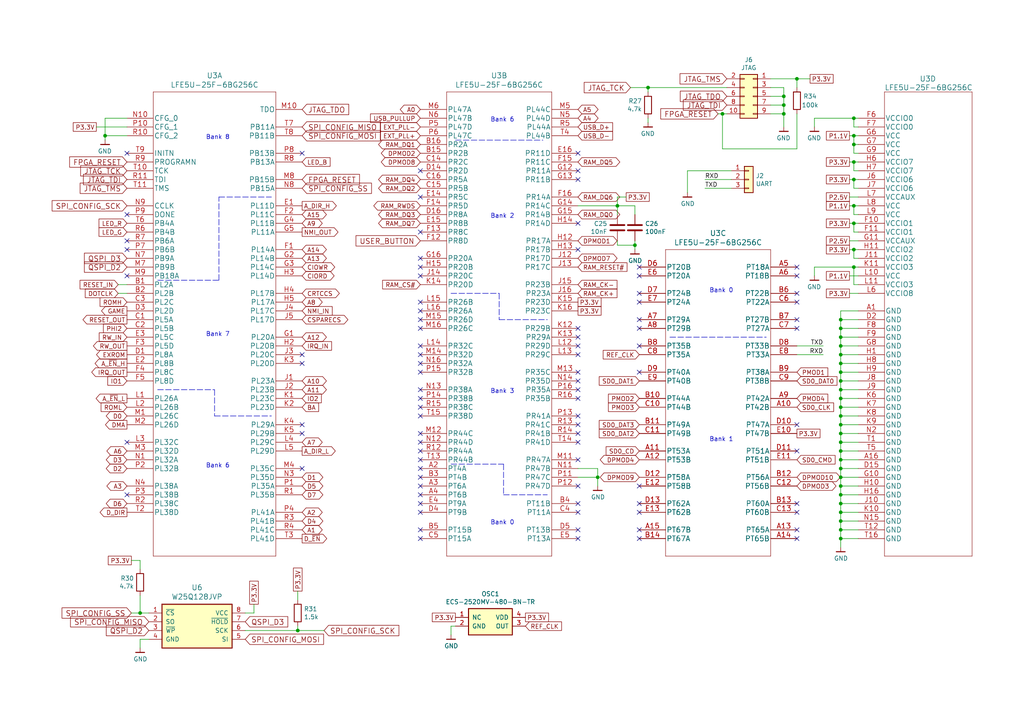
<source format=kicad_sch>
(kicad_sch (version 20211123) (generator eeschema)
  (paper "A4")
  (title_block (title "Orange Cart") (date "2021-02-28") (rev "r0.1") (comment 2 "Licensed under CERN OHL v.1.2") (comment 3 "Cartridge version redesign: Marcus Comstedt") (comment 4 "Based on Orange Crab by Gregory Davill"))
  (junction (at 243.84 107.95))
  (junction (at 247.65 34.29))
  (junction (at 243.84 143.51))
  (junction (at 243.84 153.67))
  (junction (at 247.65 64.77))
  (junction (at 243.84 130.81))
  (junction (at 30.48 39.37))
  (junction (at 247.65 41.91))
  (junction (at 243.84 140.97))
  (junction (at 243.84 128.27))
  (junction (at 243.84 92.71))
  (junction (at 227.33 27.94))
  (junction (at 247.65 77.47))
  (junction (at 243.84 151.13))
  (junction (at 243.84 156.21))
  (junction (at 173.355 138.43))
  (junction (at 184.15 71.12))
  (junction (at 243.84 146.05))
  (junction (at 243.84 123.19))
  (junction (at 243.84 113.03))
  (junction (at 243.84 120.65))
  (junction (at 247.65 39.37))
  (junction (at 243.84 115.57))
  (junction (at 247.65 46.99))
  (junction (at 243.84 148.59))
  (junction (at 243.84 135.89))
  (junction (at 227.33 33.02))
  (junction (at 243.84 138.43))
  (junction (at 40.64 177.8))
  (junction (at 247.65 52.07))
  (junction (at 243.84 133.35))
  (junction (at 187.96 25.4))
  (junction (at 243.84 125.73))
  (junction (at 243.84 95.25))
  (junction (at 86.36 182.88))
  (junction (at 243.84 102.87))
  (junction (at 247.65 72.39))
  (junction (at 247.65 59.69))
  (junction (at 209.55 33.02))
  (junction (at 227.33 30.48))
  (junction (at 243.84 100.33))
  (junction (at 231.14 22.86))
  (junction (at 243.84 97.79))
  (junction (at 243.84 118.11))
  (junction (at 243.84 105.41))
  (junction (at 243.84 110.49))
  (junction (at 179.07 59.69))
  (no_connect (at 121.92 105.41))
  (no_connect (at 121.92 74.93))
  (no_connect (at 121.92 77.47))
  (no_connect (at 231.14 85.09))
  (no_connect (at 87.63 135.89))
  (no_connect (at 87.63 125.73))
  (no_connect (at 121.92 138.43))
  (no_connect (at 121.92 87.63))
  (no_connect (at 185.42 148.59))
  (no_connect (at 167.64 102.87))
  (no_connect (at 36.83 44.45))
  (no_connect (at 121.92 118.11))
  (no_connect (at 185.42 80.01))
  (no_connect (at 167.64 49.53))
  (no_connect (at 121.92 57.15))
  (no_connect (at 121.92 113.03))
  (no_connect (at 167.64 97.79))
  (no_connect (at 185.42 87.63))
  (no_connect (at 121.92 67.31))
  (no_connect (at 167.64 44.45))
  (no_connect (at 231.14 153.67))
  (no_connect (at 167.64 100.33))
  (no_connect (at 231.14 146.05))
  (no_connect (at 231.14 130.81))
  (no_connect (at 167.64 107.95))
  (no_connect (at 121.92 90.17))
  (no_connect (at 121.92 146.05))
  (no_connect (at 167.64 133.35))
  (no_connect (at 121.92 156.21))
  (no_connect (at 36.83 143.51))
  (no_connect (at 231.14 95.25))
  (no_connect (at 167.64 153.67))
  (no_connect (at 36.83 128.27))
  (no_connect (at 167.64 113.03))
  (no_connect (at 185.42 92.71))
  (no_connect (at 231.14 80.01))
  (no_connect (at 121.92 125.73))
  (no_connect (at 185.42 100.33))
  (no_connect (at 121.92 153.67))
  (no_connect (at 185.42 77.47))
  (no_connect (at 185.42 153.67))
  (no_connect (at 121.92 128.27))
  (no_connect (at 231.14 123.19))
  (no_connect (at 231.14 92.71))
  (no_connect (at 231.14 148.59))
  (no_connect (at 231.14 77.47))
  (no_connect (at 167.64 95.25))
  (no_connect (at 167.64 156.21))
  (no_connect (at 36.83 72.39))
  (no_connect (at 121.92 49.53))
  (no_connect (at 121.92 80.01))
  (no_connect (at 167.64 148.59))
  (no_connect (at 121.92 100.33))
  (no_connect (at 167.64 64.77))
  (no_connect (at 121.92 102.87))
  (no_connect (at 36.83 69.85))
  (no_connect (at 121.92 143.51))
  (no_connect (at 121.92 135.89))
  (no_connect (at 36.83 62.23))
  (no_connect (at 121.92 140.97))
  (no_connect (at 121.92 120.65))
  (no_connect (at 185.42 156.21))
  (no_connect (at 121.92 95.25))
  (no_connect (at 121.92 107.95))
  (no_connect (at 167.64 52.07))
  (no_connect (at 87.63 102.87))
  (no_connect (at 185.42 107.95))
  (no_connect (at 231.14 156.21))
  (no_connect (at 167.64 110.49))
  (no_connect (at 167.64 115.57))
  (no_connect (at 121.92 148.59))
  (no_connect (at 167.64 120.65))
  (no_connect (at 121.92 130.81))
  (no_connect (at 87.63 44.45))
  (no_connect (at 167.64 128.27))
  (no_connect (at 87.63 105.41))
  (no_connect (at 36.83 80.01))
  (no_connect (at 231.14 87.63))
  (no_connect (at 121.92 92.71))
  (no_connect (at 185.42 95.25))
  (no_connect (at 167.64 123.19))
  (no_connect (at 87.63 123.19))
  (no_connect (at 185.42 85.09))
  (no_connect (at 121.92 133.35))
  (no_connect (at 185.42 146.05))
  (no_connect (at 167.64 140.97))
  (no_connect (at 185.42 140.97))
  (no_connect (at 167.64 72.39))
  (no_connect (at 167.64 146.05))
  (no_connect (at 167.64 125.73))
  (no_connect (at 121.92 115.57))
  (wire (pts (xy 246.38 59.69) (xy 247.65 59.69)))
  (wire (pts (xy 248.92 146.05) (xy 243.84 146.05)))
  (wire (pts (xy 40.64 162.56) (xy 40.64 165.1)))
  (wire (pts (xy 187.96 34.29) (xy 187.96 35.56)))
  (wire (pts (xy 243.84 133.35) (xy 243.84 135.89)))
  (wire (pts (xy 248.92 148.59) (xy 243.84 148.59)))
  (wire (pts (xy 248.92 151.13) (xy 243.84 151.13)))
  (polyline (pts (xy 130.81 85.09) (xy 144.78 85.09)))
  (wire (pts (xy 167.64 59.69) (xy 179.07 59.69)))
  (wire (pts (xy 40.64 185.42) (xy 43.18 185.42)))
  (wire (pts (xy 247.65 34.29) (xy 248.92 34.29)))
  (wire (pts (xy 246.38 85.09) (xy 248.92 85.09)))
  (wire (pts (xy 243.84 105.41) (xy 243.84 107.95)))
  (wire (pts (xy 247.65 62.23) (xy 247.65 59.69)))
  (polyline (pts (xy 146.05 134.62) (xy 146.05 143.51)))
  (wire (pts (xy 243.84 135.89) (xy 243.84 138.43)))
  (wire (pts (xy 248.92 138.43) (xy 243.84 138.43)))
  (wire (pts (xy 247.65 77.47) (xy 248.92 77.47)))
  (wire (pts (xy 248.92 110.49) (xy 243.84 110.49)))
  (wire (pts (xy 243.84 130.81) (xy 243.84 133.35)))
  (wire (pts (xy 247.65 39.37) (xy 248.92 39.37)))
  (wire (pts (xy 248.92 54.61) (xy 247.65 54.61)))
  (wire (pts (xy 247.65 52.07) (xy 246.38 52.07)))
  (wire (pts (xy 247.65 59.69) (xy 248.92 59.69)))
  (wire (pts (xy 223.52 27.94) (xy 227.33 27.94)))
  (wire (pts (xy 247.65 64.77) (xy 247.65 67.31)))
  (wire (pts (xy 248.92 123.19) (xy 243.84 123.19)))
  (wire (pts (xy 73.66 177.8) (xy 73.66 175.26)))
  (polyline (pts (xy 144.78 85.09) (xy 144.78 92.71)))
  (wire (pts (xy 248.92 118.11) (xy 243.84 118.11)))
  (wire (pts (xy 248.92 82.55) (xy 247.65 82.55)))
  (wire (pts (xy 243.84 140.97) (xy 243.84 143.51)))
  (wire (pts (xy 243.84 148.59) (xy 243.84 151.13)))
  (polyline (pts (xy 130.81 134.62) (xy 146.05 134.62)))
  (wire (pts (xy 247.65 64.77) (xy 248.92 64.77)))
  (polyline (pts (xy 146.05 143.51) (xy 158.75 143.51)))
  (wire (pts (xy 243.84 120.65) (xy 243.84 123.19)))
  (wire (pts (xy 173.355 135.89) (xy 173.355 138.43)))
  (wire (pts (xy 246.38 57.15) (xy 248.92 57.15)))
  (wire (pts (xy 236.22 34.29) (xy 247.65 34.29)))
  (wire (pts (xy 223.52 22.86) (xy 231.14 22.86)))
  (wire (pts (xy 243.84 151.13) (xy 243.84 153.67)))
  (wire (pts (xy 227.33 33.02) (xy 227.33 36.83)))
  (wire (pts (xy 248.92 153.67) (xy 243.84 153.67)))
  (polyline (pts (xy 63.5 81.28) (xy 63.5 57.15)))
  (wire (pts (xy 248.92 36.83) (xy 247.65 36.83)))
  (wire (pts (xy 243.84 118.11) (xy 243.84 120.65)))
  (wire (pts (xy 187.96 25.4) (xy 210.82 25.4)))
  (wire (pts (xy 247.65 54.61) (xy 247.65 52.07)))
  (wire (pts (xy 179.07 59.69) (xy 184.15 59.69)))
  (wire (pts (xy 212.09 54.61) (xy 204.47 54.61)))
  (wire (pts (xy 248.92 120.65) (xy 243.84 120.65)))
  (wire (pts (xy 247.65 46.99) (xy 246.38 46.99)))
  (wire (pts (xy 248.92 52.07) (xy 247.65 52.07)))
  (wire (pts (xy 243.84 138.43) (xy 243.84 140.97)))
  (wire (pts (xy 247.65 41.91) (xy 247.65 39.37)))
  (wire (pts (xy 248.92 113.03) (xy 243.84 113.03)))
  (wire (pts (xy 243.84 107.95) (xy 243.84 110.49)))
  (wire (pts (xy 199.39 49.53) (xy 199.39 55.88)))
  (wire (pts (xy 243.84 156.21) (xy 248.92 156.21)))
  (wire (pts (xy 248.92 41.91) (xy 247.65 41.91)))
  (wire (pts (xy 247.65 67.31) (xy 248.92 67.31)))
  (wire (pts (xy 248.92 74.93) (xy 247.65 74.93)))
  (wire (pts (xy 212.09 52.07) (xy 204.47 52.07)))
  (wire (pts (xy 30.48 39.37) (xy 36.83 39.37)))
  (wire (pts (xy 243.84 123.19) (xy 243.84 125.73)))
  (wire (pts (xy 248.92 100.33) (xy 243.84 100.33)))
  (wire (pts (xy 227.33 30.48) (xy 227.33 33.02)))
  (wire (pts (xy 248.92 115.57) (xy 243.84 115.57)))
  (wire (pts (xy 184.15 71.12) (xy 184.15 72.39)))
  (polyline (pts (xy 62.23 113.03) (xy 62.23 120.65)))
  (wire (pts (xy 243.84 128.27) (xy 243.84 130.81)))
  (polyline (pts (xy 45.72 113.03) (xy 62.23 113.03)))
  (wire (pts (xy 246.38 72.39) (xy 247.65 72.39)))
  (wire (pts (xy 231.14 25.4) (xy 231.14 22.86)))
  (wire (pts (xy 184.15 59.69) (xy 184.15 62.23)))
  (wire (pts (xy 86.36 173.99) (xy 86.36 171.45)))
  (wire (pts (xy 36.83 82.55) (xy 34.29 82.55)))
  (wire (pts (xy 223.52 33.02) (xy 227.33 33.02)))
  (wire (pts (xy 173.355 138.43) (xy 173.355 140.97)))
  (wire (pts (xy 243.84 90.17) (xy 243.84 92.71)))
  (wire (pts (xy 86.36 182.88) (xy 93.98 182.88)))
  (wire (pts (xy 236.22 77.47) (xy 236.22 80.01)))
  (wire (pts (xy 243.84 95.25) (xy 243.84 97.79)))
  (wire (pts (xy 248.92 49.53) (xy 247.65 49.53)))
  (wire (pts (xy 40.64 187.96) (xy 40.64 185.42)))
  (wire (pts (xy 212.09 49.53) (xy 199.39 49.53)))
  (wire (pts (xy 38.1 162.56) (xy 40.64 162.56)))
  (wire (pts (xy 231.14 102.87) (xy 238.76 102.87)))
  (wire (pts (xy 71.12 182.88) (xy 86.36 182.88)))
  (wire (pts (xy 231.14 22.86) (xy 234.95 22.86)))
  (wire (pts (xy 243.84 143.51) (xy 243.84 146.05)))
  (wire (pts (xy 179.07 59.69) (xy 179.07 57.15)))
  (wire (pts (xy 248.92 92.71) (xy 243.84 92.71)))
  (wire (pts (xy 248.92 97.79) (xy 243.84 97.79)))
  (wire (pts (xy 30.48 34.29) (xy 30.48 39.37)))
  (wire (pts (xy 243.84 110.49) (xy 243.84 113.03)))
  (wire (pts (xy 179.07 57.15) (xy 181.61 57.15)))
  (wire (pts (xy 179.07 71.12) (xy 184.15 71.12)))
  (wire (pts (xy 247.65 44.45) (xy 247.65 41.91)))
  (wire (pts (xy 248.92 46.99) (xy 247.65 46.99)))
  (wire (pts (xy 130.81 181.61) (xy 132.08 181.61)))
  (wire (pts (xy 243.84 113.03) (xy 243.84 115.57)))
  (wire (pts (xy 248.92 130.81) (xy 243.84 130.81)))
  (wire (pts (xy 227.33 27.94) (xy 227.33 30.48)))
  (wire (pts (xy 248.92 90.17) (xy 243.84 90.17)))
  (wire (pts (xy 246.38 69.85) (xy 248.92 69.85)))
  (polyline (pts (xy 144.78 92.71) (xy 158.75 92.71)))
  (wire (pts (xy 30.48 39.37) (xy 30.48 40.64)))
  (wire (pts (xy 248.92 135.89) (xy 243.84 135.89)))
  (wire (pts (xy 179.07 59.69) (xy 179.07 62.23)))
  (wire (pts (xy 43.18 177.8) (xy 40.64 177.8)))
  (polyline (pts (xy 62.23 120.65) (xy 78.74 120.65)))
  (wire (pts (xy 243.84 97.79) (xy 243.84 100.33)))
  (wire (pts (xy 243.84 100.33) (xy 243.84 102.87)))
  (wire (pts (xy 184.15 69.85) (xy 184.15 71.12)))
  (wire (pts (xy 236.22 77.47) (xy 247.65 77.47)))
  (wire (pts (xy 247.65 74.93) (xy 247.65 72.39)))
  (wire (pts (xy 231.14 43.18) (xy 209.55 43.18)))
  (wire (pts (xy 248.92 95.25) (xy 243.84 95.25)))
  (wire (pts (xy 30.48 34.29) (xy 36.83 34.29)))
  (wire (pts (xy 248.92 143.51) (xy 243.84 143.51)))
  (wire (pts (xy 227.33 25.4) (xy 227.33 27.94)))
  (polyline (pts (xy 194.31 97.79) (xy 222.25 97.79)))
  (wire (pts (xy 179.07 69.85) (xy 179.07 71.12)))
  (wire (pts (xy 243.84 153.67) (xy 243.84 156.21)))
  (wire (pts (xy 187.96 26.67) (xy 187.96 25.4)))
  (wire (pts (xy 236.22 34.29) (xy 236.22 36.83)))
  (wire (pts (xy 167.64 138.43) (xy 173.355 138.43)))
  (wire (pts (xy 246.38 64.77) (xy 247.65 64.77)))
  (wire (pts (xy 246.38 80.01) (xy 248.92 80.01)))
  (wire (pts (xy 243.84 158.75) (xy 243.84 156.21)))
  (polyline (pts (xy 45.72 81.28) (xy 63.5 81.28)))
  (wire (pts (xy 248.92 62.23) (xy 247.65 62.23)))
  (wire (pts (xy 227.33 30.48) (xy 223.52 30.48)))
  (wire (pts (xy 248.92 133.35) (xy 243.84 133.35)))
  (wire (pts (xy 243.84 115.57) (xy 243.84 118.11)))
  (wire (pts (xy 208.28 33.02) (xy 209.55 33.02)))
  (wire (pts (xy 243.84 146.05) (xy 243.84 148.59)))
  (wire (pts (xy 248.92 107.95) (xy 243.84 107.95)))
  (wire (pts (xy 71.12 177.8) (xy 73.66 177.8)))
  (wire (pts (xy 243.84 125.73) (xy 243.84 128.27)))
  (wire (pts (xy 167.64 135.89) (xy 173.355 135.89)))
  (wire (pts (xy 231.14 100.33) (xy 238.76 100.33)))
  (wire (pts (xy 247.65 49.53) (xy 247.65 46.99)))
  (wire (pts (xy 223.52 25.4) (xy 227.33 25.4)))
  (wire (pts (xy 40.64 177.8) (xy 38.1 177.8)))
  (wire (pts (xy 248.92 128.27) (xy 243.84 128.27)))
  (wire (pts (xy 27.94 36.83) (xy 36.83 36.83)))
  (wire (pts (xy 248.92 44.45) (xy 247.65 44.45)))
  (wire (pts (xy 36.83 85.09) (xy 34.29 85.09)))
  (polyline (pts (xy 132.08 40.64) (xy 157.48 40.64)))
  (wire (pts (xy 40.64 177.8) (xy 40.64 172.72)))
  (polyline (pts (xy 63.5 57.15) (xy 78.74 57.15)))
  (wire (pts (xy 246.38 39.37) (xy 247.65 39.37)))
  (wire (pts (xy 182.88 25.4) (xy 187.96 25.4)))
  (wire (pts (xy 231.14 33.02) (xy 231.14 43.18)))
  (wire (pts (xy 248.92 105.41) (xy 243.84 105.41)))
  (wire (pts (xy 130.81 184.15) (xy 130.81 181.61)))
  (wire (pts (xy 248.92 125.73) (xy 243.84 125.73)))
  (wire (pts (xy 243.84 102.87) (xy 243.84 105.41)))
  (wire (pts (xy 247.65 72.39) (xy 248.92 72.39)))
  (wire (pts (xy 86.36 182.88) (xy 86.36 181.61)))
  (wire (pts (xy 247.65 36.83) (xy 247.65 34.29)))
  (wire (pts (xy 243.84 92.71) (xy 243.84 95.25)))
  (wire (pts (xy 248.92 140.97) (xy 243.84 140.97)))
  (wire (pts (xy 248.92 102.87) (xy 243.84 102.87)))
  (wire (pts (xy 209.55 33.02) (xy 210.82 33.02)))
  (wire (pts (xy 209.55 43.18) (xy 209.55 33.02)))
  (wire (pts (xy 247.65 82.55) (xy 247.65 77.47)))
  (text "Bank 6" (at 59.69 135.89 0) (effects (font (size 1.27 1.27)) (justify left bottom)))
  (text "Bank 7" (at 59.69 97.79 0) (effects (font (size 1.27 1.27)) (justify left bottom)))
  (text "Bank 1" (at 205.74 128.27 0) (effects (font (size 1.27 1.27)) (justify left bottom)))
  (text "Bank 8" (at 59.69 40.64 0) (effects (font (size 1.27 1.27)) (justify left bottom)))
  (text "Bank 0" (at 205.74 85.09 0) (effects (font (size 1.27 1.27)) (justify left bottom)))
  (text "Bank 0" (at 142.24 152.4 0) (effects (font (size 1.27 1.27)) (justify left bottom)))
  (text "Bank 3" (at 142.24 114.3 0) (effects (font (size 1.27 1.27)) (justify left bottom)))
  (text "Bank 6" (at 142.24 35.56 0) (effects (font (size 1.27 1.27)) (justify left bottom)))
  (text "Bank 2" (at 142.24 63.5 0) (effects (font (size 1.27 1.27)) (justify left bottom)))
  (label "RXD" (at 238.76 102.87 180))
  (label "RXD" (at 204.47 52.07 0))
  (label "TXD" (at 204.47 54.61 0))
  (label "TXD" (at 238.76 100.33 180))
  (global_label "A3" (shape bidirectional) (at 36.83 140.97 180) (property "Intersheet References" "${INTERSHEET_REFS}" (effects hide)))
  (global_label "D5" (shape bidirectional) (at 87.63 140.97 0) (property "Intersheet References" "${INTERSHEET_REFS}" (effects hide)))
  (global_label "SD0_CD" (shape input) (at 185.42 130.81 180) (property "Intersheet References" "${INTERSHEET_REFS}" (effects hide)))
  (global_label "JTAG_TDO" (shape input) (at 210.82 27.94 180) (effects (font (size 1.524 1.524))) (property "Intersheet References" "${INTERSHEET_REFS}" (effects hide)))
  (global_label "EXROM" (shape output) (at 36.83 102.87 180) (property "Intersheet References" "${INTERSHEET_REFS}" (effects hide)))
  (global_label "DPMOD8" (shape bidirectional) (at 121.92 46.99 180) (property "Intersheet References" "${INTERSHEET_REFS}" (effects hide)))
  (global_label "P3.3V" (shape passive) (at 167.64 87.63 0) (property "Intersheet References" "${INTERSHEET_REFS}" (effects hide)))
  (global_label "REF_CLK" (shape input) (at 152.4 181.61 0) (property "Intersheet References" "${INTERSHEET_REFS}" (effects hide)))
  (global_label "SPI_CONFIG_MISO" (shape input) (at 43.18 180.34 180) (effects (font (size 1.524 1.524))) (property "Intersheet References" "${INTERSHEET_REFS}" (effects hide)))
  (global_label "A0" (shape bidirectional) (at 121.92 31.75 180) (property "Intersheet References" "${INTERSHEET_REFS}" (effects hide)))
  (global_label "PMOD2" (shape input) (at 185.42 115.57 180) (property "Intersheet References" "${INTERSHEET_REFS}" (effects hide)))
  (global_label "A15" (shape bidirectional) (at 87.63 62.23 0) (property "Intersheet References" "${INTERSHEET_REFS}" (effects hide)))
  (global_label "P3.3V" (shape passive) (at 181.61 57.15 0) (property "Intersheet References" "${INTERSHEET_REFS}" (effects hide)))
  (global_label "RAM_DQ7" (shape bidirectional) (at 121.92 64.77 180) (property "Intersheet References" "${INTERSHEET_REFS}" (effects hide)))
  (global_label "A7" (shape bidirectional) (at 87.63 128.27 0) (property "Intersheet References" "${INTERSHEET_REFS}" (effects hide)))
  (global_label "DPMOD7" (shape bidirectional) (at 167.64 74.93 0) (property "Intersheet References" "${INTERSHEET_REFS}" (effects hide)))
  (global_label "SPI_CONFIG_SS" (shape input) (at 38.1 177.8 180) (effects (font (size 1.524 1.524))) (property "Intersheet References" "${INTERSHEET_REFS}" (effects hide)))
  (global_label "P3.3V" (shape passive) (at 27.94 36.83 180) (property "Intersheet References" "${INTERSHEET_REFS}" (effects hide)))
  (global_label "FPGA_RESET" (shape input) (at 208.28 33.02 180) (effects (font (size 1.524 1.524))) (property "Intersheet References" "${INTERSHEET_REFS}" (effects hide)))
  (global_label "RAM_CK-" (shape input) (at 167.64 82.55 0) (property "Intersheet References" "${INTERSHEET_REFS}" (effects hide)))
  (global_label "P3.3V" (shape passive) (at 246.38 52.07 180) (property "Intersheet References" "${INTERSHEET_REFS}" (effects hide)))
  (global_label "P1.1V" (shape passive) (at 246.38 80.01 180) (property "Intersheet References" "${INTERSHEET_REFS}" (effects hide)))
  (global_label "JTAG_TMS" (shape input) (at 36.83 54.61 180) (effects (font (size 1.524 1.524))) (property "Intersheet References" "${INTERSHEET_REFS}" (effects hide)))
  (global_label "RESET_IN" (shape input) (at 34.29 82.55 180) (property "Intersheet References" "${INTERSHEET_REFS}" (effects hide)))
  (global_label "D_DIR" (shape output) (at 36.83 148.59 180) (property "Intersheet References" "${INTERSHEET_REFS}" (effects hide)))
  (global_label "USB_PULLUP" (shape input) (at 121.92 34.29 180) (property "Intersheet References" "${INTERSHEET_REFS}" (effects hide)))
  (global_label "PMOD3" (shape input) (at 185.42 118.11 180) (property "Intersheet References" "${INTERSHEET_REFS}" (effects hide)))
  (global_label "D6" (shape bidirectional) (at 36.83 146.05 180) (property "Intersheet References" "${INTERSHEET_REFS}" (effects hide)))
  (global_label "IO2" (shape input) (at 87.63 115.57 0) (property "Intersheet References" "${INTERSHEET_REFS}" (effects hide)))
  (global_label "P2.5V" (shape passive) (at 246.38 69.85 180) (property "Intersheet References" "${INTERSHEET_REFS}" (effects hide)))
  (global_label "SD0_DAT0" (shape input) (at 231.14 110.49 0) (property "Intersheet References" "${INTERSHEET_REFS}" (effects hide)))
  (global_label "A1" (shape bidirectional) (at 87.63 153.67 0) (property "Intersheet References" "${INTERSHEET_REFS}" (effects hide)))
  (global_label "D_~{EN}" (shape output) (at 87.63 156.21 0) (property "Intersheet References" "${INTERSHEET_REFS}" (effects hide)))
  (global_label "A6" (shape bidirectional) (at 36.83 130.81 180) (property "Intersheet References" "${INTERSHEET_REFS}" (effects hide)))
  (global_label "SD0_DAT1" (shape input) (at 185.42 110.49 180) (property "Intersheet References" "${INTERSHEET_REFS}" (effects hide)))
  (global_label "RAM_RWDS" (shape bidirectional) (at 121.92 59.69 180) (property "Intersheet References" "${INTERSHEET_REFS}" (effects hide)))
  (global_label "RAM_DQ5" (shape bidirectional) (at 167.64 46.99 0) (property "Intersheet References" "${INTERSHEET_REFS}" (effects hide)))
  (global_label "P1.1V" (shape passive) (at 246.38 59.69 180) (property "Intersheet References" "${INTERSHEET_REFS}" (effects hide)))
  (global_label "USB_D+" (shape input) (at 167.64 36.83 0) (property "Intersheet References" "${INTERSHEET_REFS}" (effects hide)))
  (global_label "PHI2" (shape input) (at 36.83 95.25 180) (property "Intersheet References" "${INTERSHEET_REFS}" (effects hide)))
  (global_label "USER_BUTTON" (shape input) (at 121.92 69.85 180) (effects (font (size 1.524 1.524))) (property "Intersheet References" "${INTERSHEET_REFS}" (effects hide)))
  (global_label "P3.3V" (shape passive) (at 246.38 46.99 180) (property "Intersheet References" "${INTERSHEET_REFS}" (effects hide)))
  (global_label "PMOD4" (shape input) (at 231.14 115.57 0) (property "Intersheet References" "${INTERSHEET_REFS}" (effects hide)))
  (global_label "DPMOD10" (shape bidirectional) (at 231.14 138.43 0) (property "Intersheet References" "${INTERSHEET_REFS}" (effects hide)))
  (global_label "JTAG_TCK" (shape input) (at 36.83 49.53 180) (effects (font (size 1.524 1.524))) (property "Intersheet References" "${INTERSHEET_REFS}" (effects hide)))
  (global_label "A_DIR_H" (shape output) (at 87.63 59.69 0) (property "Intersheet References" "${INTERSHEET_REFS}" (effects hide)))
  (global_label "ROML" (shape input) (at 36.83 118.11 180) (property "Intersheet References" "${INTERSHEET_REFS}" (effects hide)))
  (global_label "A4" (shape bidirectional) (at 167.64 34.29 0) (property "Intersheet References" "${INTERSHEET_REFS}" (effects hide)))
  (global_label "D4" (shape bidirectional) (at 87.63 151.13 0) (property "Intersheet References" "${INTERSHEET_REFS}" (effects hide)))
  (global_label "D2" (shape bidirectional) (at 36.83 135.89 180) (property "Intersheet References" "${INTERSHEET_REFS}" (effects hide)))
  (global_label "IRQ_IN" (shape input) (at 87.63 100.33 0) (property "Intersheet References" "${INTERSHEET_REFS}" (effects hide)))
  (global_label "A8" (shape bidirectional) (at 87.63 87.63 0) (property "Intersheet References" "${INTERSHEET_REFS}" (effects hide)))
  (global_label "P3.3V" (shape passive) (at 73.66 175.26 90) (property "Intersheet References" "${INTERSHEET_REFS}" (effects hide)))
  (global_label "P3.3V" (shape passive) (at 246.38 85.09 180) (property "Intersheet References" "${INTERSHEET_REFS}" (effects hide)))
  (global_label "FPGA_RESET" (shape input) (at 87.63 52.07 0) (effects (font (size 1.524 1.524))) (property "Intersheet References" "${INTERSHEET_REFS}" (effects hide)))
  (global_label "JTAG_TMS" (shape input) (at 210.82 22.86 180) (effects (font (size 1.524 1.524))) (property "Intersheet References" "${INTERSHEET_REFS}" (effects hide)))
  (global_label "P3.3V" (shape passive) (at 38.1 162.56 180) (property "Intersheet References" "${INTERSHEET_REFS}" (effects hide)))
  (global_label "P3.3V" (shape passive) (at 152.4 179.07 0) (property "Intersheet References" "${INTERSHEET_REFS}" (effects hide)))
  (global_label "A2" (shape bidirectional) (at 87.63 148.59 0) (property "Intersheet References" "${INTERSHEET_REFS}" (effects hide)))
  (global_label "A10" (shape bidirectional) (at 87.63 110.49 0) (property "Intersheet References" "${INTERSHEET_REFS}" (effects hide)))
  (global_label "JTAG_TDO" (shape input) (at 87.63 31.75 0) (effects (font (size 1.524 1.524))) (property "Intersheet References" "${INTERSHEET_REFS}" (effects hide)))
  (global_label "SPI_CONFIG_MOSI" (shape input) (at 87.63 39.37 0) (effects (font (size 1.524 1.524))) (property "Intersheet References" "${INTERSHEET_REFS}" (effects hide)))
  (global_label "D7" (shape bidirectional) (at 87.63 143.51 0) (property "Intersheet References" "${INTERSHEET_REFS}" (effects hide)))
  (global_label "EXT_PLL+" (shape input) (at 121.92 39.37 180) (property "Intersheet References" "${INTERSHEET_REFS}" (effects hide)))
  (global_label "LED_G" (shape input) (at 36.83 67.31 180) (property "Intersheet References" "${INTERSHEET_REFS}" (effects hide)))
  (global_label "P3.3V" (shape passive) (at 132.08 179.07 180) (property "Intersheet References" "${INTERSHEET_REFS}" (effects hide)))
  (global_label "P2.5V" (shape passive) (at 246.38 57.15 180) (property "Intersheet References" "${INTERSHEET_REFS}" (effects hide)))
  (global_label "RAM_CS#" (shape input) (at 121.92 82.55 180) (property "Intersheet References" "${INTERSHEET_REFS}" (effects hide)))
  (global_label "PMOD1" (shape input) (at 231.14 107.95 0) (property "Intersheet References" "${INTERSHEET_REFS}" (effects hide)))
  (global_label "RAM_CK+" (shape input) (at 167.64 85.09 0) (property "Intersheet References" "${INTERSHEET_REFS}" (effects hide)))
  (global_label "SPI_CONFIG_SCK" (shape input) (at 36.83 59.69 180) (effects (font (size 1.524 1.524))) (property "Intersheet References" "${INTERSHEET_REFS}" (effects hide)))
  (global_label "FPGA_RESET" (shape input) (at 36.83 46.99 180) (effects (font (size 1.524 1.524))) (property "Intersheet References" "${INTERSHEET_REFS}" (effects hide)))
  (global_label "RAM_DQ4" (shape bidirectional) (at 121.92 52.07 180) (property "Intersheet References" "${INTERSHEET_REFS}" (effects hide)))
  (global_label "CRTCCS" (shape bidirectional) (at 87.63 85.09 0) (property "Intersheet References" "${INTERSHEET_REFS}" (effects hide)))
  (global_label "SD0_DAT2" (shape input) (at 185.42 125.73 180) (property "Intersheet References" "${INTERSHEET_REFS}" (effects hide)))
  (global_label "P3.3V" (shape passive) (at 231.14 125.73 0) (property "Intersheet References" "${INTERSHEET_REFS}" (effects hide)))
  (global_label "JTAG_TCK" (shape input) (at 182.88 25.4 180) (effects (font (size 1.524 1.524))) (property "Intersheet References" "${INTERSHEET_REFS}" (effects hide)))
  (global_label "A5" (shape bidirectional) (at 167.64 31.75 0) (property "Intersheet References" "${INTERSHEET_REFS}" (effects hide)))
  (global_label "P1.1V" (shape passive) (at 246.38 39.37 180) (property "Intersheet References" "${INTERSHEET_REFS}" (effects hide)))
  (global_label "LED_B" (shape input) (at 87.63 46.99 0) (property "Intersheet References" "${INTERSHEET_REFS}" (effects hide)))
  (global_label "JTAG_TDI" (shape input) (at 36.83 52.07 180) (effects (font (size 1.524 1.524))) (property "Intersheet References" "${INTERSHEET_REFS}" (effects hide)))
  (global_label "SD0_CLK" (shape input) (at 231.14 118.11 0) (property "Intersheet References" "${INTERSHEET_REFS}" (effects hide)))
  (global_label "RAM_DQ0" (shape bidirectional) (at 167.64 62.23 0) (property "Intersheet References" "${INTERSHEET_REFS}" (effects hide)))
  (global_label "NMI_OUT" (shape output) (at 87.63 67.31 0) (property "Intersheet References" "${INTERSHEET_REFS}" (effects hide)))
  (global_label "RAM_RESET#" (shape input) (at 167.64 77.47 0) (property "Intersheet References" "${INTERSHEET_REFS}" (effects hide)))
  (global_label "A12" (shape bidirectional) (at 87.63 97.79 0) (property "Intersheet References" "${INTERSHEET_REFS}" (effects hide)))
  (global_label "SPI_CONFIG_MISO" (shape input) (at 87.63 36.83 0) (effects (font (size 1.524 1.524))) (property "Intersheet References" "${INTERSHEET_REFS}" (effects hide)))
  (global_label "JTAG_TDI" (shape input) (at 210.82 30.48 180) (effects (font (size 1.524 1.524))) (property "Intersheet References" "${INTERSHEET_REFS}" (effects hide)))
  (global_label "CIOWR" (shape bidirectional) (at 87.63 77.47 0) (property "Intersheet References" "${INTERSHEET_REFS}" (effects hide)))
  (global_label "RW_IN" (shape input) (at 36.83 97.79 180) (property "Intersheet References" "${INTERSHEET_REFS}" (effects hide)))
  (global_label "P3.3V" (shape passive) (at 246.38 72.39 180) (property "Intersheet References" "${INTERSHEET_REFS}" (effects hide)))
  (global_label "A_~{EN}_L" (shape output) (at 36.83 115.57 180) (property "Intersheet References" "${INTERSHEET_REFS}" (effects hide)))
  (global_label "EXT_PLL-" (shape input) (at 121.92 36.83 180) (property "Intersheet References" "${INTERSHEET_REFS}" (effects hide)))
  (global_label "IRQ_OUT" (shape output) (at 36.83 107.95 180) (property "Intersheet References" "${INTERSHEET_REFS}" (effects hide)))
  (global_label "A11" (shape bidirectional) (at 87.63 113.03 0) (property "Intersheet References" "${INTERSHEET_REFS}" (effects hide)))
  (global_label "A_DIR_L" (shape output) (at 87.63 130.81 0) (property "Intersheet References" "${INTERSHEET_REFS}" (effects hide)))
  (global_label "QSPI_D3" (shape input) (at 36.83 74.93 180) (effects (font (size 1.524 1.524))) (property "Intersheet References" "${INTERSHEET_REFS}" (effects hide)))
  (global_label "REF_CLK" (shape input) (at 185.42 102.87 180) (property "Intersheet References" "${INTERSHEET_REFS}" (effects hide)))
  (global_label "RAM_DQ2" (shape bidirectional) (at 121.92 54.61 180) (property "Intersheet References" "${INTERSHEET_REFS}" (effects hide)))
  (global_label "SD0_DAT3" (shape input) (at 185.42 123.19 180) (property "Intersheet References" "${INTERSHEET_REFS}" (effects hide)))
  (global_label "NMI_IN" (shape input) (at 87.63 90.17 0) (property "Intersheet References" "${INTERSHEET_REFS}" (effects hide)))
  (global_label "A9" (shape bidirectional) (at 87.63 64.77 0) (property "Intersheet References" "${INTERSHEET_REFS}" (effects hide)))
  (global_label "QSPI_D3" (shape input) (at 71.12 180.34 0) (effects (font (size 1.524 1.524))) (property "Intersheet References" "${INTERSHEET_REFS}" (effects hide)))
  (global_label "P3.3V" (shape passive) (at 234.95 22.86 0) (property "Intersheet References" "${INTERSHEET_REFS}" (effects hide)))
  (global_label "SPI_CONFIG_SS" (shape input) (at 87.63 54.61 0) (effects (font (size 1.524 1.524))) (property "Intersheet References" "${INTERSHEET_REFS}" (effects hide)))
  (global_label "SD0_CMD" (shape input) (at 231.14 133.35 0) (property "Intersheet References" "${INTERSHEET_REFS}" (effects hide)))
  (global_label "RESET_OUT" (shape output) (at 36.83 92.71 180) (property "Intersheet References" "${INTERSHEET_REFS}" (effects hide)))
  (global_label "BA" (shape input) (at 87.63 118.11 0) (property "Intersheet References" "${INTERSHEET_REFS}" (effects hide)))
  (global_label "DMA" (shape output) (at 36.83 123.19 180) (property "Intersheet References" "${INTERSHEET_REFS}" (effects hide)))
  (global_label "DPMOD1" (shape bidirectional) (at 167.64 69.85 0) (property "Intersheet References" "${INTERSHEET_REFS}" (effects hide)))
  (global_label "GAME" (shape output) (at 36.83 90.17 180) (property "Intersheet References" "${INTERSHEET_REFS}" (effects hide)))
  (global_label "A14" (shape bidirectional) (at 87.63 72.39 0) (property "Intersheet References" "${INTERSHEET_REFS}" (effects hide)))
  (global_label "USB_D-" (shape input) (at 167.64 39.37 0) (property "Intersheet References" "${INTERSHEET_REFS}" (effects hide)))
  (global_label "D0" (shape bidirectional) (at 36.83 120.65 180) (property "Intersheet References" "${INTERSHEET_REFS}" (effects hide)))
  (global_label "RAM_DQ1" (shape bidirectional) (at 121.92 41.91 180) (property "Intersheet References" "${INTERSHEET_REFS}" (effects hide)))
  (global_label "SPI_CONFIG_SCK" (shape input) (at 93.98 182.88 0) (effects (font (size 1.524 1.524))) (property "Intersheet References" "${INTERSHEET_REFS}" (effects hide)))
  (global_label "QSPI_D2" (shape input) (at 36.83 77.47 180) (effects (font (size 1.524 1.524))) (property "Intersheet References" "${INTERSHEET_REFS}" (effects hide)))
  (global_label "D3" (shape bidirectional) (at 36.83 133.35 180) (property "Intersheet References" "${INTERSHEET_REFS}" (effects hide)))
  (global_label "D1" (shape bidirectional) (at 87.63 138.43 0) (property "Intersheet References" "${INTERSHEET_REFS}" (effects hide)))
  (global_label "P3.3V" (shape passive) (at 246.38 64.77 180) (property "Intersheet References" "${INTERSHEET_REFS}" (effects hide)))
  (global_label "DPMOD4" (shape bidirectional) (at 185.42 133.35 180) (property "Intersheet References" "${INTERSHEET_REFS}" (effects hide)))
  (global_label "IO1" (shape input) (at 36.83 110.49 180) (property "Intersheet References" "${INTERSHEET_REFS}" (effects hide)))
  (global_label "A13" (shape bidirectional) (at 87.63 74.93 0) (property "Intersheet References" "${INTERSHEET_REFS}" (effects hide)))
  (global_label "RAM_DQ3" (shape bidirectional) (at 121.92 62.23 180) (property "Intersheet References" "${INTERSHEET_REFS}" (effects hide)))
  (global_label "P3.3V" (shape passive) (at 86.36 171.45 90) (property "Intersheet References" "${INTERSHEET_REFS}" (effects hide)))
  (global_label "DPMOD9" (shape bidirectional) (at 185.42 138.43 180) (property "Intersheet References" "${INTERSHEET_REFS}" (effects hide)))
  (global_label "LED_R" (shape input) (at 36.83 64.77 180) (property "Intersheet References" "${INTERSHEET_REFS}" (effects hide)))
  (global_label "DPMOD2" (shape bidirectional) (at 121.92 44.45 180) (property "Intersheet References" "${INTERSHEET_REFS}" (effects hide)))
  (global_label "A_~{EN}_H" (shape output) (at 36.83 105.41 180) (property "Intersheet References" "${INTERSHEET_REFS}" (effects hide)))
  (global_label "SPI_CONFIG_MOSI" (shape input) (at 71.12 185.42 0) (effects (font (size 1.524 1.524))) (property "Intersheet References" "${INTERSHEET_REFS}" (effects hide)))
  (global_label "CSPARECS" (shape bidirectional) (at 87.63 92.71 0) (property "Intersheet References" "${INTERSHEET_REFS}" (effects hide)))
  (global_label "CIORD" (shape bidirectional) (at 87.63 80.01 0) (property "Intersheet References" "${INTERSHEET_REFS}" (effects hide)))
  (global_label "QSPI_D2" (shape input) (at 43.18 182.88 180) (effects (font (size 1.524 1.524))) (property "Intersheet References" "${INTERSHEET_REFS}" (effects hide)))
  (global_label "DPMOD3" (shape bidirectional) (at 231.14 140.97 0) (property "Intersheet References" "${INTERSHEET_REFS}" (effects hide)))
  (global_label "RW_OUT" (shape output) (at 36.83 100.33 180) (property "Intersheet References" "${INTERSHEET_REFS}" (effects hide)))
  (global_label "RAM_DQ6" (shape bidirectional) (at 167.64 57.15 0) (property "Intersheet References" "${INTERSHEET_REFS}" (effects hide)))
  (global_label "P3.3V" (shape passive) (at 167.64 90.17 0) (property "Intersheet References" "${INTERSHEET_REFS}" (effects hide)))
  (global_label "ROMH" (shape input) (at 36.83 87.63 180) (property "Intersheet References" "${INTERSHEET_REFS}" (effects hide)))
  (global_label "DOTCLK" (shape input) (at 34.29 85.09 180) (property "Intersheet References" "${INTERSHEET_REFS}" (effects hide)))
  (symbol (lib_id "gkl_power:GND") (at 243.84 158.75 0) (unit 1)
    (property "Reference" "#PWR0101" (effects hide))
    (property "Value" "GND" (at 243.9162 161.9504 0))
  )
  (symbol (lib_id "gkl_power:GND") (at 30.48 40.64 0) (mirror y) (unit 1)
    (property "Reference" "#PWR0104" (effects hide))
    (property "Value" "GND" (at 30.4038 43.8404 0))
  )
  (symbol (lib_id "Connector_Generic:Conn_02x05_Odd_Even") (at 218.44 27.94 0) (mirror y) (unit 1)
    (property "Reference" "J6" (at 217.17 17.3482 0))
    (property "Value" "JTAG" (at 217.17 19.6596 0))
    (property "Footprint" "gkl_conn:FTSH-105-XX-X-DV" (effects hide))
    (property "Datasheet" "https://www.mouser.se/datasheet/2/527/fts-1369972.pdf" (effects hide))
    (property "PN" "FTS-105-02-L-DV-P" (effects hide))
    (property "Mfg" "Samtec Inc." (effects hide))
    (property "Mouser Part No" "200-FTS10502LDVP" (effects hide))
    (property "Pricing (EUR)" "3,02" (effects hide))
  )
  (symbol (lib_id "gkl_power:GND") (at 227.33 36.83 0) (mirror y) (unit 1)
    (property "Reference" "#PWR0107" (effects hide))
    (property "Value" "GND" (at 227.2538 40.0304 0))
  )
  (symbol (lib_id "Device:R") (at 187.96 30.48 0) (mirror x) (unit 1)
    (property "Reference" "R27" (at 186.182 29.3116 0) (effects (justify right)))
    (property "Value" "4.7k" (at 186.182 31.623 0) (effects (justify right)))
    (property "Footprint" "Resistor_SMD:R_0201_0603Metric" (effects hide))
    (property "Mfg" "‎Yageo‎" (effects hide))
    (property "PN" "RC0201FR-074K7L" (effects hide))
    (property "Mouser Part No" "603-RC0201FR-074K7L" (effects hide))
    (property "Pricing (EUR)" "0,10" (effects hide))
  )
  (symbol (lib_id "gkl_power:GND") (at 187.96 35.56 0) (mirror y) (unit 1)
    (property "Reference" "#PWR0170" (effects hide))
    (property "Value" "GND" (at 187.8838 38.7604 0))
  )
  (symbol (lib_id "gkl_mem:AT25SF081") (at 57.15 181.61 0) (unit 1)
    (property "Reference" "U6" (at 57.15 170.4086 0) (effects (font (size 1.524 1.524))))
    (property "Value" "W25Q128JVP" (at 57.15 173.101 0) (effects (font (size 1.524 1.524))))
    (property "Footprint" "Package_SON:WSON-8-1EP_6x5mm_P1.27mm_EP3.4x4mm" (effects hide))
    (property "PN" "W25Q128JVPIQ TR" (effects hide))
    (property "Mfg" "Winbond Electronics-" (effects hide))
    (property "Mouser Part No" "454-W25Q128JVPIQTR" (effects hide))
    (property "Pricing (EUR)" "1,94" (effects hide))
  )
  (symbol (lib_id "gkl_power:GND") (at 40.64 187.96 0) (unit 1)
    (property "Reference" "#PWR0171" (effects hide))
    (property "Value" "GND" (at 40.7162 191.1604 0))
  )
  (symbol (lib_id "gkl_time:TYETBCSANF-32.000000") (at 142.24 180.34 0) (unit 1)
    (property "Reference" "OSC1" (at 142.24 172.2628 0))
    (property "Value" "ECS-2520MV-480-BN-TR" (at 142.24 174.5742 0))
    (property "Footprint" "Oscillator:Oscillator_SMD_ECS_2520MV-xxx-xx-4Pin_2.5x2.0mm" (effects hide))
    (property "Datasheet" "https://www.mouser.com/datasheet/2/122/ECS_2520MV-1314080.pdf" (effects hide))
    (property "PN" "ECS-2520MV-480-BN-TR" (effects hide))
    (property "Mfg" "ECS" (effects hide))
    (property "Mouser Part No" "520-2520MV-480-BN-T" (effects hide))
    (property "Pricing (EUR)" "1,23" (effects hide))
  )
  (symbol (lib_id "gkl_power:GND") (at 130.81 184.15 0) (unit 1)
    (property "Reference" "#PWR0162" (effects hide))
    (property "Value" "GND" (at 130.8862 187.3504 0))
  )
  (symbol (lib_id "Device:C") (at 179.07 66.04 0) (unit 1)
    (property "Reference" "C25" (at 176.149 64.8716 0) (effects (justify right)))
    (property "Value" "10nF" (at 176.149 67.183 0) (effects (justify right)))
    (property "Footprint" "Capacitor_SMD:C_0201_0603Metric" (effects hide))
    (property "Mfg" "Samsung Electro-Mechanics" (effects hide))
    (property "PN" "CL03B103KP3NNNC" (effects hide))
    (property "Mouser Part No" "187-CL03B103KP3NNNC" (effects hide))
    (property "Pricing (EUR)" "0,09" (effects hide))
  )
  (symbol (lib_id "Device:C") (at 184.15 66.04 0) (unit 1)
    (property "Reference" "C26" (at 187.071 64.8716 0) (effects (justify left)))
    (property "Value" "100nF" (at 187.071 67.183 0) (effects (justify left)))
    (property "Footprint" "Capacitor_SMD:C_0201_0603Metric" (effects hide))
    (property "Mfg" "Samsung Electro-Mechanics" (effects hide))
    (property "PN" "CL03A104KQ3NNNC" (effects hide))
    (property "Mouser Part No" "187-CL03A104KQ3NNNC" (effects hide))
    (property "Pricing (EUR)" "0,02" (effects hide))
  )
  (symbol (lib_id "gkl_power:GND") (at 184.15 72.39 0) (unit 1)
    (property "Reference" "#PWR0130" (effects hide))
    (property "Value" "GND" (at 184.2262 75.5904 0))
  )
  (symbol (lib_id "Device:R") (at 86.36 177.8 180) (unit 1)
    (property "Reference" "R31" (at 88.138 176.6316 0) (effects (justify right)))
    (property "Value" "1.5k" (at 88.138 178.943 0) (effects (justify right)))
    (property "Footprint" "Resistor_SMD:R_0201_0603Metric" (effects hide))
    (property "Mfg" "‎Yageo‎" (effects hide))
    (property "PN" "RC0201FR-071K5L" (effects hide))
    (property "Mouser Part No" "603-RC0201FR-071K5L / 667-ERJ-1GNF1501C" (effects hide))
    (property "Pricing (EUR)" "0,11" (effects hide))
  )
  (symbol (lib_id "Device:R") (at 40.64 168.91 0) (mirror x) (unit 1)
    (property "Reference" "R30" (at 38.862 167.7416 0) (effects (justify right)))
    (property "Value" "4.7k" (at 38.862 170.053 0) (effects (justify right)))
    (property "Footprint" "Resistor_SMD:R_0201_0603Metric" (effects hide))
    (property "Mfg" "‎Yageo‎" (effects hide))
    (property "PN" "RC0201FR-074K7L" (effects hide))
    (property "Mouser Part No" "603-RC0201FR-074K7L" (effects hide))
    (property "Pricing (EUR)" "0,10" (effects hide))
  )
  (symbol (lib_id "lattice:LFE5U-25F-6BG256I") (at 36.83 34.29 0) (unit 1)
    (property "Reference" "U3" (at 62.23 21.9202 0) (effects (font (size 1.524 1.524))))
    (property "Value" "LFE5U-25F-6BG256C" (at 62.23 24.6126 0) (effects (font (size 1.524 1.524))))
    (property "Footprint" "lattice:LFE5U-25F-8BG256C" (effects hide))
    (property "Mfg" "Lattice" (effects hide))
    (property "Mouser Part No" "842-LFE5U25F6BG256C" (effects hide))
    (property "PN" "LFE5U-25F-6BG256C" (effects hide))
    (property "Pricing (EUR)" "14,25" (effects hide))
  )
  (symbol (lib_id "gkl_power:GND") (at 236.22 36.83 0) (mirror y) (unit 1)
    (property "Reference" "#PWR0115" (effects hide))
    (property "Value" "GND" (at 236.1438 40.0304 0))
  )
  (symbol (lib_id "lattice:LFE5U-25F-6BG256I") (at 121.92 31.75 0) (unit 2)
    (property "Reference" "U3" (at 144.78 21.9202 0) (effects (font (size 1.524 1.524))))
    (property "Value" "LFE5U-25F-6BG256C" (at 144.78 24.6126 0) (effects (font (size 1.524 1.524))))
    (property "Footprint" "lattice:LFE5U-25F-8BG256C" (effects hide))
    (property "Mfg" "Lattice" (effects hide))
    (property "Mouser Part No" "842-LFE5U25F6BG256C" (effects hide))
    (property "PN" "LFE5U-25F-6BG256C" (effects hide))
    (property "Pricing (EUR)" "14,25" (effects hide))
  )
  (symbol (lib_id "gkl_power:GND") (at 236.22 80.01 0) (mirror y) (unit 1)
    (property "Reference" "#PWR0116" (effects hide))
    (property "Value" "GND" (at 236.1438 83.2104 0))
  )
  (symbol (lib_id "lattice:LFE5U-25F-6BG256I") (at 185.42 77.47 0) (unit 3)
    (property "Reference" "U3" (at 208.28 67.6402 0) (effects (font (size 1.524 1.524))))
    (property "Value" "LFE5U-25F-6BG256C" (at 208.28 70.3326 0) (effects (font (size 1.524 1.524))))
    (property "Footprint" "lattice:LFE5U-25F-8BG256C" (effects hide))
    (property "Mfg" "Lattice" (effects hide))
    (property "Mouser Part No" "842-LFE5U25F6BG256C" (effects hide))
    (property "PN" "LFE5U-25F-6BG256C" (effects hide))
    (property "Pricing (EUR)" "14,25" (effects hide))
  )
  (symbol (lib_id "lattice:LFE5U-25F-6BG256I") (at 248.92 34.29 0) (unit 4)
    (property "Reference" "U3" (at 266.7 22.86 0) (effects (font (size 1.524 1.524)) (justify left)))
    (property "Value" "LFE5U-25F-6BG256C" (at 256.54 25.4 0) (effects (font (size 1.524 1.524)) (justify left)))
    (property "Footprint" "lattice:LFE5U-25F-8BG256C" (effects hide))
    (property "Mfg" "Lattice" (effects hide))
    (property "Mouser Part No" "842-LFE5U25F6BG256C" (effects hide))
    (property "PN" "LFE5U-25F-6BG256C" (effects hide))
    (property "Pricing (EUR)" "14,25" (effects hide))
  )
  (symbol (lib_id "Connector_Generic:Conn_01x03") (at 217.17 52.07 0) (unit 1)
    (property "Reference" "J2" (at 219.202 51.0032 0) (effects (justify left)))
    (property "Value" "UART" (at 219.202 53.3146 0) (effects (justify left)))
    (property "Footprint" "Connector_PinHeader_1.27mm:PinHeader_1x03_P1.27mm_Vertical_SMD_Pin1Right" (effects hide))
    (property "Mfg" "Harwin" (effects hide))
    (property "Mouser Part No" "855-M50-3630342" (effects hide))
    (property "PN" "M50-3630342" (effects hide))
    (property "Pricing (EUR)" "0,32" (effects hide))
  )
  (symbol (lib_id "gkl_power:GND") (at 199.39 55.88 0) (unit 1)
    (property "Reference" "#PWR02" (effects hide))
    (property "Value" "GND" (at 199.4662 59.0804 0))
  )
  (symbol (lib_id "Device:R") (at 231.14 29.21 180) (unit 1)
    (property "Reference" "R34" (at 234.95 27.94 0))
    (property "Value" "100k" (at 234.95 30.48 0))
    (property "Footprint" "Resistor_SMD:R_0201_0603Metric" (effects hide))
    (property "Mfg" "‎Yageo‎" (effects hide))
    (property "PN" "RC0201FR-07100KL" (effects hide))
    (property "Mouser Part No" "603-RC0201FR-07100KL / 667-ERJ-1GNF1003C" (effects hide))
    (property "Pricing (EUR)" "0,11" (effects hide))
  )
  (symbol (lib_id "gkl_power:GND") (at 173.355 140.97 0) (unit 1)
    (property "Reference" "#PWR015" (effects hide))
    (property "Value" "GND" (at 173.4312 144.1704 0))
  )
)
</source>
